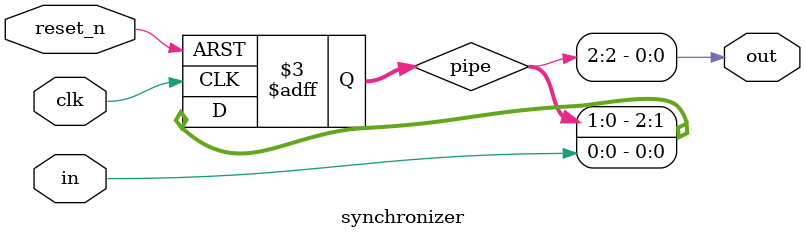
<source format=sv>

`timescale 1ns / 1ps
`default_nettype none

module synchronizer #(
    parameter int FF_COUNT = 3
) (
    input  logic clk,
    input  logic reset_n,
    input  logic in,
    output logic out
);

    reg [FF_COUNT-1:0] pipe;

    always_ff @(posedge clk, negedge reset_n) begin
        if (!reset_n) begin
            pipe <= '0;
        end else begin
            pipe <= {pipe[FF_COUNT-2:0], in};
        end
    end
    
    assign out = pipe[FF_COUNT-1];

endmodule

</source>
